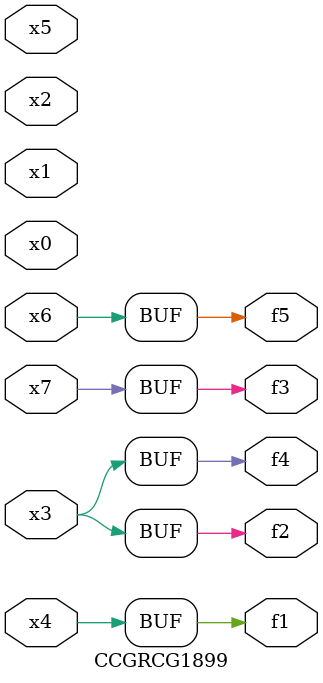
<source format=v>
module CCGRCG1899(
	input x0, x1, x2, x3, x4, x5, x6, x7,
	output f1, f2, f3, f4, f5
);
	assign f1 = x4;
	assign f2 = x3;
	assign f3 = x7;
	assign f4 = x3;
	assign f5 = x6;
endmodule

</source>
